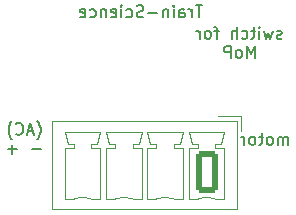
<source format=gbr>
%TF.GenerationSoftware,KiCad,Pcbnew,8.0.8*%
%TF.CreationDate,2025-02-01T16:22:36+01:00*%
%TF.ProjectId,pointControl,706f696e-7443-46f6-9e74-726f6c2e6b69,rev?*%
%TF.SameCoordinates,Original*%
%TF.FileFunction,Legend,Bot*%
%TF.FilePolarity,Positive*%
%FSLAX46Y46*%
G04 Gerber Fmt 4.6, Leading zero omitted, Abs format (unit mm)*
G04 Created by KiCad (PCBNEW 8.0.8) date 2025-02-01 16:22:36*
%MOMM*%
%LPD*%
G01*
G04 APERTURE LIST*
G04 Aperture macros list*
%AMRoundRect*
0 Rectangle with rounded corners*
0 $1 Rounding radius*
0 $2 $3 $4 $5 $6 $7 $8 $9 X,Y pos of 4 corners*
0 Add a 4 corners polygon primitive as box body*
4,1,4,$2,$3,$4,$5,$6,$7,$8,$9,$2,$3,0*
0 Add four circle primitives for the rounded corners*
1,1,$1+$1,$2,$3*
1,1,$1+$1,$4,$5*
1,1,$1+$1,$6,$7*
1,1,$1+$1,$8,$9*
0 Add four rect primitives between the rounded corners*
20,1,$1+$1,$2,$3,$4,$5,0*
20,1,$1+$1,$4,$5,$6,$7,0*
20,1,$1+$1,$6,$7,$8,$9,0*
20,1,$1+$1,$8,$9,$2,$3,0*%
G04 Aperture macros list end*
%ADD10C,0.150000*%
%ADD11C,0.120000*%
%ADD12RoundRect,0.250000X0.650000X1.550000X-0.650000X1.550000X-0.650000X-1.550000X0.650000X-1.550000X0*%
%ADD13O,1.800000X3.600000*%
%ADD14R,1.800000X1.800000*%
%ADD15C,1.800000*%
%ADD16C,1.400000*%
%ADD17O,1.400000X1.400000*%
%ADD18R,1.500000X1.500000*%
%ADD19O,1.500000X1.500000*%
%ADD20O,3.700000X2.000000*%
G04 APERTURE END LIST*
D10*
X159289094Y-69862819D02*
X158717666Y-69862819D01*
X159003380Y-70862819D02*
X159003380Y-69862819D01*
X158384332Y-70862819D02*
X158384332Y-70196152D01*
X158384332Y-70386628D02*
X158336713Y-70291390D01*
X158336713Y-70291390D02*
X158289094Y-70243771D01*
X158289094Y-70243771D02*
X158193856Y-70196152D01*
X158193856Y-70196152D02*
X158098618Y-70196152D01*
X157336713Y-70862819D02*
X157336713Y-70339009D01*
X157336713Y-70339009D02*
X157384332Y-70243771D01*
X157384332Y-70243771D02*
X157479570Y-70196152D01*
X157479570Y-70196152D02*
X157670046Y-70196152D01*
X157670046Y-70196152D02*
X157765284Y-70243771D01*
X157336713Y-70815200D02*
X157431951Y-70862819D01*
X157431951Y-70862819D02*
X157670046Y-70862819D01*
X157670046Y-70862819D02*
X157765284Y-70815200D01*
X157765284Y-70815200D02*
X157812903Y-70719961D01*
X157812903Y-70719961D02*
X157812903Y-70624723D01*
X157812903Y-70624723D02*
X157765284Y-70529485D01*
X157765284Y-70529485D02*
X157670046Y-70481866D01*
X157670046Y-70481866D02*
X157431951Y-70481866D01*
X157431951Y-70481866D02*
X157336713Y-70434247D01*
X156860522Y-70862819D02*
X156860522Y-70196152D01*
X156860522Y-69862819D02*
X156908141Y-69910438D01*
X156908141Y-69910438D02*
X156860522Y-69958057D01*
X156860522Y-69958057D02*
X156812903Y-69910438D01*
X156812903Y-69910438D02*
X156860522Y-69862819D01*
X156860522Y-69862819D02*
X156860522Y-69958057D01*
X156384332Y-70196152D02*
X156384332Y-70862819D01*
X156384332Y-70291390D02*
X156336713Y-70243771D01*
X156336713Y-70243771D02*
X156241475Y-70196152D01*
X156241475Y-70196152D02*
X156098618Y-70196152D01*
X156098618Y-70196152D02*
X156003380Y-70243771D01*
X156003380Y-70243771D02*
X155955761Y-70339009D01*
X155955761Y-70339009D02*
X155955761Y-70862819D01*
X155479570Y-70481866D02*
X154717666Y-70481866D01*
X154289094Y-70815200D02*
X154146237Y-70862819D01*
X154146237Y-70862819D02*
X153908142Y-70862819D01*
X153908142Y-70862819D02*
X153812904Y-70815200D01*
X153812904Y-70815200D02*
X153765285Y-70767580D01*
X153765285Y-70767580D02*
X153717666Y-70672342D01*
X153717666Y-70672342D02*
X153717666Y-70577104D01*
X153717666Y-70577104D02*
X153765285Y-70481866D01*
X153765285Y-70481866D02*
X153812904Y-70434247D01*
X153812904Y-70434247D02*
X153908142Y-70386628D01*
X153908142Y-70386628D02*
X154098618Y-70339009D01*
X154098618Y-70339009D02*
X154193856Y-70291390D01*
X154193856Y-70291390D02*
X154241475Y-70243771D01*
X154241475Y-70243771D02*
X154289094Y-70148533D01*
X154289094Y-70148533D02*
X154289094Y-70053295D01*
X154289094Y-70053295D02*
X154241475Y-69958057D01*
X154241475Y-69958057D02*
X154193856Y-69910438D01*
X154193856Y-69910438D02*
X154098618Y-69862819D01*
X154098618Y-69862819D02*
X153860523Y-69862819D01*
X153860523Y-69862819D02*
X153717666Y-69910438D01*
X152860523Y-70815200D02*
X152955761Y-70862819D01*
X152955761Y-70862819D02*
X153146237Y-70862819D01*
X153146237Y-70862819D02*
X153241475Y-70815200D01*
X153241475Y-70815200D02*
X153289094Y-70767580D01*
X153289094Y-70767580D02*
X153336713Y-70672342D01*
X153336713Y-70672342D02*
X153336713Y-70386628D01*
X153336713Y-70386628D02*
X153289094Y-70291390D01*
X153289094Y-70291390D02*
X153241475Y-70243771D01*
X153241475Y-70243771D02*
X153146237Y-70196152D01*
X153146237Y-70196152D02*
X152955761Y-70196152D01*
X152955761Y-70196152D02*
X152860523Y-70243771D01*
X152431951Y-70862819D02*
X152431951Y-70196152D01*
X152431951Y-69862819D02*
X152479570Y-69910438D01*
X152479570Y-69910438D02*
X152431951Y-69958057D01*
X152431951Y-69958057D02*
X152384332Y-69910438D01*
X152384332Y-69910438D02*
X152431951Y-69862819D01*
X152431951Y-69862819D02*
X152431951Y-69958057D01*
X151574809Y-70815200D02*
X151670047Y-70862819D01*
X151670047Y-70862819D02*
X151860523Y-70862819D01*
X151860523Y-70862819D02*
X151955761Y-70815200D01*
X151955761Y-70815200D02*
X152003380Y-70719961D01*
X152003380Y-70719961D02*
X152003380Y-70339009D01*
X152003380Y-70339009D02*
X151955761Y-70243771D01*
X151955761Y-70243771D02*
X151860523Y-70196152D01*
X151860523Y-70196152D02*
X151670047Y-70196152D01*
X151670047Y-70196152D02*
X151574809Y-70243771D01*
X151574809Y-70243771D02*
X151527190Y-70339009D01*
X151527190Y-70339009D02*
X151527190Y-70434247D01*
X151527190Y-70434247D02*
X152003380Y-70529485D01*
X151098618Y-70196152D02*
X151098618Y-70862819D01*
X151098618Y-70291390D02*
X151050999Y-70243771D01*
X151050999Y-70243771D02*
X150955761Y-70196152D01*
X150955761Y-70196152D02*
X150812904Y-70196152D01*
X150812904Y-70196152D02*
X150717666Y-70243771D01*
X150717666Y-70243771D02*
X150670047Y-70339009D01*
X150670047Y-70339009D02*
X150670047Y-70862819D01*
X149765285Y-70815200D02*
X149860523Y-70862819D01*
X149860523Y-70862819D02*
X150050999Y-70862819D01*
X150050999Y-70862819D02*
X150146237Y-70815200D01*
X150146237Y-70815200D02*
X150193856Y-70767580D01*
X150193856Y-70767580D02*
X150241475Y-70672342D01*
X150241475Y-70672342D02*
X150241475Y-70386628D01*
X150241475Y-70386628D02*
X150193856Y-70291390D01*
X150193856Y-70291390D02*
X150146237Y-70243771D01*
X150146237Y-70243771D02*
X150050999Y-70196152D01*
X150050999Y-70196152D02*
X149860523Y-70196152D01*
X149860523Y-70196152D02*
X149765285Y-70243771D01*
X148955761Y-70815200D02*
X149050999Y-70862819D01*
X149050999Y-70862819D02*
X149241475Y-70862819D01*
X149241475Y-70862819D02*
X149336713Y-70815200D01*
X149336713Y-70815200D02*
X149384332Y-70719961D01*
X149384332Y-70719961D02*
X149384332Y-70339009D01*
X149384332Y-70339009D02*
X149336713Y-70243771D01*
X149336713Y-70243771D02*
X149241475Y-70196152D01*
X149241475Y-70196152D02*
X149050999Y-70196152D01*
X149050999Y-70196152D02*
X148955761Y-70243771D01*
X148955761Y-70243771D02*
X148908142Y-70339009D01*
X148908142Y-70339009D02*
X148908142Y-70434247D01*
X148908142Y-70434247D02*
X149384332Y-70529485D01*
X166004428Y-72634256D02*
X165909190Y-72681875D01*
X165909190Y-72681875D02*
X165718714Y-72681875D01*
X165718714Y-72681875D02*
X165623476Y-72634256D01*
X165623476Y-72634256D02*
X165575857Y-72539017D01*
X165575857Y-72539017D02*
X165575857Y-72491398D01*
X165575857Y-72491398D02*
X165623476Y-72396160D01*
X165623476Y-72396160D02*
X165718714Y-72348541D01*
X165718714Y-72348541D02*
X165861571Y-72348541D01*
X165861571Y-72348541D02*
X165956809Y-72300922D01*
X165956809Y-72300922D02*
X166004428Y-72205684D01*
X166004428Y-72205684D02*
X166004428Y-72158065D01*
X166004428Y-72158065D02*
X165956809Y-72062827D01*
X165956809Y-72062827D02*
X165861571Y-72015208D01*
X165861571Y-72015208D02*
X165718714Y-72015208D01*
X165718714Y-72015208D02*
X165623476Y-72062827D01*
X165242523Y-72015208D02*
X165052047Y-72681875D01*
X165052047Y-72681875D02*
X164861571Y-72205684D01*
X164861571Y-72205684D02*
X164671095Y-72681875D01*
X164671095Y-72681875D02*
X164480619Y-72015208D01*
X164099666Y-72681875D02*
X164099666Y-72015208D01*
X164099666Y-71681875D02*
X164147285Y-71729494D01*
X164147285Y-71729494D02*
X164099666Y-71777113D01*
X164099666Y-71777113D02*
X164052047Y-71729494D01*
X164052047Y-71729494D02*
X164099666Y-71681875D01*
X164099666Y-71681875D02*
X164099666Y-71777113D01*
X163766333Y-72015208D02*
X163385381Y-72015208D01*
X163623476Y-71681875D02*
X163623476Y-72539017D01*
X163623476Y-72539017D02*
X163575857Y-72634256D01*
X163575857Y-72634256D02*
X163480619Y-72681875D01*
X163480619Y-72681875D02*
X163385381Y-72681875D01*
X162623476Y-72634256D02*
X162718714Y-72681875D01*
X162718714Y-72681875D02*
X162909190Y-72681875D01*
X162909190Y-72681875D02*
X163004428Y-72634256D01*
X163004428Y-72634256D02*
X163052047Y-72586636D01*
X163052047Y-72586636D02*
X163099666Y-72491398D01*
X163099666Y-72491398D02*
X163099666Y-72205684D01*
X163099666Y-72205684D02*
X163052047Y-72110446D01*
X163052047Y-72110446D02*
X163004428Y-72062827D01*
X163004428Y-72062827D02*
X162909190Y-72015208D01*
X162909190Y-72015208D02*
X162718714Y-72015208D01*
X162718714Y-72015208D02*
X162623476Y-72062827D01*
X162194904Y-72681875D02*
X162194904Y-71681875D01*
X161766333Y-72681875D02*
X161766333Y-72158065D01*
X161766333Y-72158065D02*
X161813952Y-72062827D01*
X161813952Y-72062827D02*
X161909190Y-72015208D01*
X161909190Y-72015208D02*
X162052047Y-72015208D01*
X162052047Y-72015208D02*
X162147285Y-72062827D01*
X162147285Y-72062827D02*
X162194904Y-72110446D01*
X160671094Y-72015208D02*
X160290142Y-72015208D01*
X160528237Y-72681875D02*
X160528237Y-71824732D01*
X160528237Y-71824732D02*
X160480618Y-71729494D01*
X160480618Y-71729494D02*
X160385380Y-71681875D01*
X160385380Y-71681875D02*
X160290142Y-71681875D01*
X159813951Y-72681875D02*
X159909189Y-72634256D01*
X159909189Y-72634256D02*
X159956808Y-72586636D01*
X159956808Y-72586636D02*
X160004427Y-72491398D01*
X160004427Y-72491398D02*
X160004427Y-72205684D01*
X160004427Y-72205684D02*
X159956808Y-72110446D01*
X159956808Y-72110446D02*
X159909189Y-72062827D01*
X159909189Y-72062827D02*
X159813951Y-72015208D01*
X159813951Y-72015208D02*
X159671094Y-72015208D01*
X159671094Y-72015208D02*
X159575856Y-72062827D01*
X159575856Y-72062827D02*
X159528237Y-72110446D01*
X159528237Y-72110446D02*
X159480618Y-72205684D01*
X159480618Y-72205684D02*
X159480618Y-72491398D01*
X159480618Y-72491398D02*
X159528237Y-72586636D01*
X159528237Y-72586636D02*
X159575856Y-72634256D01*
X159575856Y-72634256D02*
X159671094Y-72681875D01*
X159671094Y-72681875D02*
X159813951Y-72681875D01*
X159052046Y-72681875D02*
X159052046Y-72015208D01*
X159052046Y-72205684D02*
X159004427Y-72110446D01*
X159004427Y-72110446D02*
X158956808Y-72062827D01*
X158956808Y-72062827D02*
X158861570Y-72015208D01*
X158861570Y-72015208D02*
X158766332Y-72015208D01*
X163718713Y-74291819D02*
X163718713Y-73291819D01*
X163718713Y-73291819D02*
X163385380Y-74006104D01*
X163385380Y-74006104D02*
X163052047Y-73291819D01*
X163052047Y-73291819D02*
X163052047Y-74291819D01*
X162432999Y-74291819D02*
X162528237Y-74244200D01*
X162528237Y-74244200D02*
X162575856Y-74196580D01*
X162575856Y-74196580D02*
X162623475Y-74101342D01*
X162623475Y-74101342D02*
X162623475Y-73815628D01*
X162623475Y-73815628D02*
X162575856Y-73720390D01*
X162575856Y-73720390D02*
X162528237Y-73672771D01*
X162528237Y-73672771D02*
X162432999Y-73625152D01*
X162432999Y-73625152D02*
X162290142Y-73625152D01*
X162290142Y-73625152D02*
X162194904Y-73672771D01*
X162194904Y-73672771D02*
X162147285Y-73720390D01*
X162147285Y-73720390D02*
X162099666Y-73815628D01*
X162099666Y-73815628D02*
X162099666Y-74101342D01*
X162099666Y-74101342D02*
X162147285Y-74196580D01*
X162147285Y-74196580D02*
X162194904Y-74244200D01*
X162194904Y-74244200D02*
X162290142Y-74291819D01*
X162290142Y-74291819D02*
X162432999Y-74291819D01*
X161671094Y-74291819D02*
X161671094Y-73291819D01*
X161671094Y-73291819D02*
X161290142Y-73291819D01*
X161290142Y-73291819D02*
X161194904Y-73339438D01*
X161194904Y-73339438D02*
X161147285Y-73387057D01*
X161147285Y-73387057D02*
X161099666Y-73482295D01*
X161099666Y-73482295D02*
X161099666Y-73625152D01*
X161099666Y-73625152D02*
X161147285Y-73720390D01*
X161147285Y-73720390D02*
X161194904Y-73768009D01*
X161194904Y-73768009D02*
X161290142Y-73815628D01*
X161290142Y-73815628D02*
X161671094Y-73815628D01*
X145300506Y-81190827D02*
X145348125Y-81143208D01*
X145348125Y-81143208D02*
X145443363Y-81000351D01*
X145443363Y-81000351D02*
X145490982Y-80905113D01*
X145490982Y-80905113D02*
X145538601Y-80762256D01*
X145538601Y-80762256D02*
X145586220Y-80524160D01*
X145586220Y-80524160D02*
X145586220Y-80333684D01*
X145586220Y-80333684D02*
X145538601Y-80095589D01*
X145538601Y-80095589D02*
X145490982Y-79952732D01*
X145490982Y-79952732D02*
X145443363Y-79857494D01*
X145443363Y-79857494D02*
X145348125Y-79714636D01*
X145348125Y-79714636D02*
X145300506Y-79667017D01*
X144967172Y-80524160D02*
X144490982Y-80524160D01*
X145062410Y-80809875D02*
X144729077Y-79809875D01*
X144729077Y-79809875D02*
X144395744Y-80809875D01*
X143490982Y-80714636D02*
X143538601Y-80762256D01*
X143538601Y-80762256D02*
X143681458Y-80809875D01*
X143681458Y-80809875D02*
X143776696Y-80809875D01*
X143776696Y-80809875D02*
X143919553Y-80762256D01*
X143919553Y-80762256D02*
X144014791Y-80667017D01*
X144014791Y-80667017D02*
X144062410Y-80571779D01*
X144062410Y-80571779D02*
X144110029Y-80381303D01*
X144110029Y-80381303D02*
X144110029Y-80238446D01*
X144110029Y-80238446D02*
X144062410Y-80047970D01*
X144062410Y-80047970D02*
X144014791Y-79952732D01*
X144014791Y-79952732D02*
X143919553Y-79857494D01*
X143919553Y-79857494D02*
X143776696Y-79809875D01*
X143776696Y-79809875D02*
X143681458Y-79809875D01*
X143681458Y-79809875D02*
X143538601Y-79857494D01*
X143538601Y-79857494D02*
X143490982Y-79905113D01*
X143157648Y-81190827D02*
X143110029Y-81143208D01*
X143110029Y-81143208D02*
X143014791Y-81000351D01*
X143014791Y-81000351D02*
X142967172Y-80905113D01*
X142967172Y-80905113D02*
X142919553Y-80762256D01*
X142919553Y-80762256D02*
X142871934Y-80524160D01*
X142871934Y-80524160D02*
X142871934Y-80333684D01*
X142871934Y-80333684D02*
X142919553Y-80095589D01*
X142919553Y-80095589D02*
X142967172Y-79952732D01*
X142967172Y-79952732D02*
X143014791Y-79857494D01*
X143014791Y-79857494D02*
X143110029Y-79714636D01*
X143110029Y-79714636D02*
X143157648Y-79667017D01*
X145586220Y-82038866D02*
X144824316Y-82038866D01*
X143586220Y-82038866D02*
X142824316Y-82038866D01*
X143205268Y-82419819D02*
X143205268Y-81657914D01*
X166541220Y-81657819D02*
X166541220Y-80991152D01*
X166541220Y-81086390D02*
X166493601Y-81038771D01*
X166493601Y-81038771D02*
X166398363Y-80991152D01*
X166398363Y-80991152D02*
X166255506Y-80991152D01*
X166255506Y-80991152D02*
X166160268Y-81038771D01*
X166160268Y-81038771D02*
X166112649Y-81134009D01*
X166112649Y-81134009D02*
X166112649Y-81657819D01*
X166112649Y-81134009D02*
X166065030Y-81038771D01*
X166065030Y-81038771D02*
X165969792Y-80991152D01*
X165969792Y-80991152D02*
X165826935Y-80991152D01*
X165826935Y-80991152D02*
X165731696Y-81038771D01*
X165731696Y-81038771D02*
X165684077Y-81134009D01*
X165684077Y-81134009D02*
X165684077Y-81657819D01*
X165065030Y-81657819D02*
X165160268Y-81610200D01*
X165160268Y-81610200D02*
X165207887Y-81562580D01*
X165207887Y-81562580D02*
X165255506Y-81467342D01*
X165255506Y-81467342D02*
X165255506Y-81181628D01*
X165255506Y-81181628D02*
X165207887Y-81086390D01*
X165207887Y-81086390D02*
X165160268Y-81038771D01*
X165160268Y-81038771D02*
X165065030Y-80991152D01*
X165065030Y-80991152D02*
X164922173Y-80991152D01*
X164922173Y-80991152D02*
X164826935Y-81038771D01*
X164826935Y-81038771D02*
X164779316Y-81086390D01*
X164779316Y-81086390D02*
X164731697Y-81181628D01*
X164731697Y-81181628D02*
X164731697Y-81467342D01*
X164731697Y-81467342D02*
X164779316Y-81562580D01*
X164779316Y-81562580D02*
X164826935Y-81610200D01*
X164826935Y-81610200D02*
X164922173Y-81657819D01*
X164922173Y-81657819D02*
X165065030Y-81657819D01*
X164445982Y-80991152D02*
X164065030Y-80991152D01*
X164303125Y-80657819D02*
X164303125Y-81514961D01*
X164303125Y-81514961D02*
X164255506Y-81610200D01*
X164255506Y-81610200D02*
X164160268Y-81657819D01*
X164160268Y-81657819D02*
X164065030Y-81657819D01*
X163588839Y-81657819D02*
X163684077Y-81610200D01*
X163684077Y-81610200D02*
X163731696Y-81562580D01*
X163731696Y-81562580D02*
X163779315Y-81467342D01*
X163779315Y-81467342D02*
X163779315Y-81181628D01*
X163779315Y-81181628D02*
X163731696Y-81086390D01*
X163731696Y-81086390D02*
X163684077Y-81038771D01*
X163684077Y-81038771D02*
X163588839Y-80991152D01*
X163588839Y-80991152D02*
X163445982Y-80991152D01*
X163445982Y-80991152D02*
X163350744Y-81038771D01*
X163350744Y-81038771D02*
X163303125Y-81086390D01*
X163303125Y-81086390D02*
X163255506Y-81181628D01*
X163255506Y-81181628D02*
X163255506Y-81467342D01*
X163255506Y-81467342D02*
X163303125Y-81562580D01*
X163303125Y-81562580D02*
X163350744Y-81610200D01*
X163350744Y-81610200D02*
X163445982Y-81657819D01*
X163445982Y-81657819D02*
X163588839Y-81657819D01*
X162826934Y-81657819D02*
X162826934Y-80991152D01*
X162826934Y-81181628D02*
X162779315Y-81086390D01*
X162779315Y-81086390D02*
X162731696Y-81038771D01*
X162731696Y-81038771D02*
X162636458Y-80991152D01*
X162636458Y-80991152D02*
X162541220Y-80991152D01*
D11*
%TO.C,J1*%
X160589000Y-79250000D02*
X162589000Y-79250000D01*
X162589000Y-79250000D02*
X162589000Y-80500000D01*
X162199000Y-87110000D02*
X162199000Y-79640000D01*
X146579000Y-87110000D02*
X162199000Y-87110000D01*
X158139000Y-80600000D02*
X161139000Y-80600000D01*
X160389000Y-81950000D02*
X161139000Y-81950000D01*
X161139000Y-81950000D02*
X161139000Y-86250000D01*
X161139000Y-80600000D02*
X160889000Y-81600000D01*
X160889000Y-81600000D02*
X160389000Y-81600000D01*
X160389000Y-81600000D02*
X160389000Y-81950000D01*
X161139000Y-86250000D02*
X160389000Y-86250000D01*
X158889000Y-81950000D02*
X158889000Y-81600000D01*
X158139000Y-81950000D02*
X158889000Y-81950000D01*
X158889000Y-81600000D02*
X158389000Y-81600000D01*
X158389000Y-81600000D02*
X158139000Y-80600000D01*
X158139000Y-86250000D02*
X158139000Y-81950000D01*
X158889000Y-86250000D02*
X158139000Y-86250000D01*
X154639000Y-80600000D02*
X157639000Y-80600000D01*
X156889000Y-81950000D02*
X157639000Y-81950000D01*
X157639000Y-81950000D02*
X157639000Y-86250000D01*
X157639000Y-80600000D02*
X157389000Y-81600000D01*
X157389000Y-81600000D02*
X156889000Y-81600000D01*
X156889000Y-81600000D02*
X156889000Y-81950000D01*
X157639000Y-86250000D02*
X156889000Y-86250000D01*
X155389000Y-81950000D02*
X155389000Y-81600000D01*
X154639000Y-81950000D02*
X155389000Y-81950000D01*
X155389000Y-81600000D02*
X154889000Y-81600000D01*
X154889000Y-81600000D02*
X154639000Y-80600000D01*
X154639000Y-86250000D02*
X154639000Y-81950000D01*
X155389000Y-86250000D02*
X154639000Y-86250000D01*
X151139000Y-80600000D02*
X154139000Y-80600000D01*
X153389000Y-81950000D02*
X154139000Y-81950000D01*
X154139000Y-81950000D02*
X154139000Y-86250000D01*
X154139000Y-80600000D02*
X153889000Y-81600000D01*
X153889000Y-81600000D02*
X153389000Y-81600000D01*
X153389000Y-81600000D02*
X153389000Y-81950000D01*
X154139000Y-86250000D02*
X153389000Y-86250000D01*
X151889000Y-81950000D02*
X151889000Y-81600000D01*
X151139000Y-81950000D02*
X151889000Y-81950000D01*
X151889000Y-81600000D02*
X151389000Y-81600000D01*
X151389000Y-81600000D02*
X151139000Y-80600000D01*
X151139000Y-86250000D02*
X151139000Y-81950000D01*
X151889000Y-86250000D02*
X151139000Y-86250000D01*
X147639000Y-80600000D02*
X150639000Y-80600000D01*
X149889000Y-81950000D02*
X150639000Y-81950000D01*
X150639000Y-81950000D02*
X150639000Y-86250000D01*
X150639000Y-80600000D02*
X150389000Y-81600000D01*
X150389000Y-81600000D02*
X149889000Y-81600000D01*
X149889000Y-81600000D02*
X149889000Y-81950000D01*
X150639000Y-86250000D02*
X149889000Y-86250000D01*
X148389000Y-81950000D02*
X148389000Y-81600000D01*
X147639000Y-81950000D02*
X148389000Y-81950000D01*
X148389000Y-81600000D02*
X147889000Y-81600000D01*
X147889000Y-81600000D02*
X147639000Y-80600000D01*
X147639000Y-86250000D02*
X147639000Y-81950000D01*
X148389000Y-86250000D02*
X147639000Y-86250000D01*
X162199000Y-79640000D02*
X146579000Y-79640000D01*
X146579000Y-79640000D02*
X146579000Y-87110000D01*
X158889353Y-86249844D02*
G75*
G02*
X160389000Y-86250000I749647J-1700156D01*
G01*
X155389353Y-86249844D02*
G75*
G02*
X156889000Y-86250000I749647J-1700156D01*
G01*
X151889353Y-86249844D02*
G75*
G02*
X153389000Y-86250000I749647J-1700156D01*
G01*
X148389353Y-86249844D02*
G75*
G02*
X149889000Y-86250000I749647J-1700156D01*
G01*
%TD*%
%LPC*%
D12*
%TO.C,J1*%
X159639000Y-84000000D03*
D13*
X156139000Y-84000000D03*
X152639000Y-84000000D03*
X149139000Y-84000000D03*
%TD*%
D14*
%TO.C,D_POS3*%
X162230000Y-69300000D03*
D15*
X164770000Y-69300000D03*
%TD*%
D16*
%TO.C,R1*%
X143239000Y-77620000D03*
D17*
X143239000Y-70000000D03*
%TD*%
D18*
%TO.C,D1*%
X156815000Y-64500000D03*
D19*
X149195000Y-64500000D03*
%TD*%
D20*
%TO.C,SW1*%
X151143000Y-77550000D03*
X151143000Y-72850000D03*
X151143000Y-68150000D03*
X155943000Y-77550000D03*
X155943000Y-72850000D03*
X155943000Y-68150000D03*
%TD*%
D14*
%TO.C,D_NEG2*%
X164770000Y-76300000D03*
D15*
X162230000Y-76300000D03*
%TD*%
D16*
%TO.C,R2*%
X145500000Y-70000000D03*
D17*
X145500000Y-77620000D03*
%TD*%
%LPD*%
M02*

</source>
